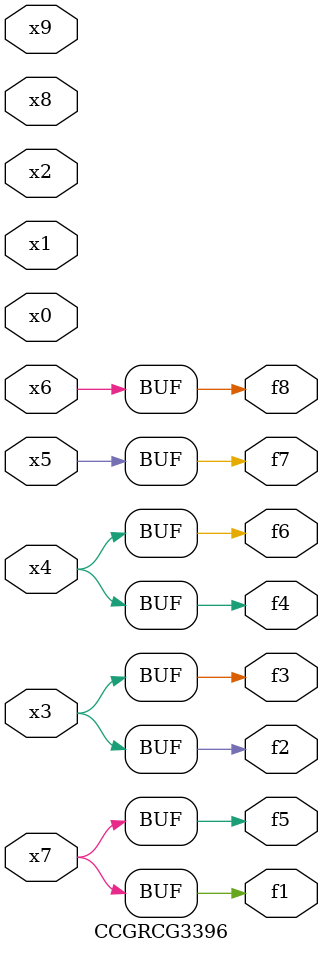
<source format=v>
module CCGRCG3396(
	input x0, x1, x2, x3, x4, x5, x6, x7, x8, x9,
	output f1, f2, f3, f4, f5, f6, f7, f8
);
	assign f1 = x7;
	assign f2 = x3;
	assign f3 = x3;
	assign f4 = x4;
	assign f5 = x7;
	assign f6 = x4;
	assign f7 = x5;
	assign f8 = x6;
endmodule

</source>
